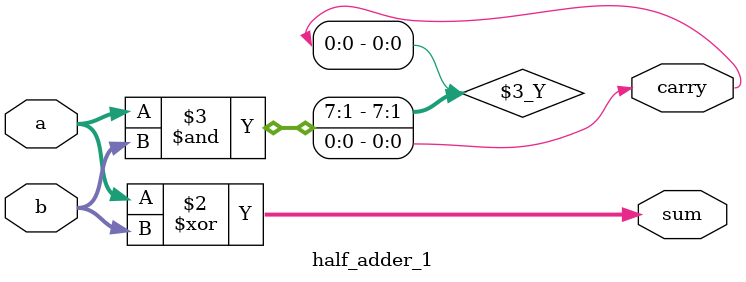
<source format=v>
module half_adder_1(a,b,sum,carry);
  input [7:0]a,b;
  output reg[7:0]sum;
  output carry;
  always@(*)begin
    sum=a^b;
    carry=a&b;
  end
endmodule

</source>
